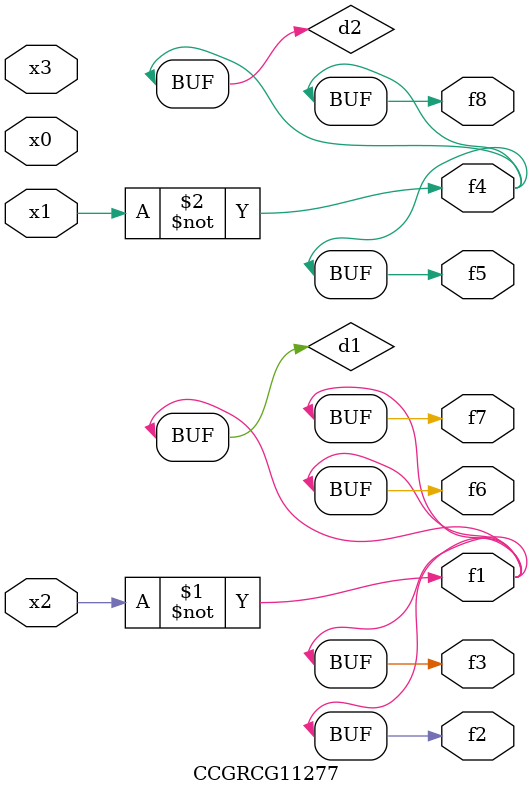
<source format=v>
module CCGRCG11277(
	input x0, x1, x2, x3,
	output f1, f2, f3, f4, f5, f6, f7, f8
);

	wire d1, d2;

	xnor (d1, x2);
	not (d2, x1);
	assign f1 = d1;
	assign f2 = d1;
	assign f3 = d1;
	assign f4 = d2;
	assign f5 = d2;
	assign f6 = d1;
	assign f7 = d1;
	assign f8 = d2;
endmodule

</source>
